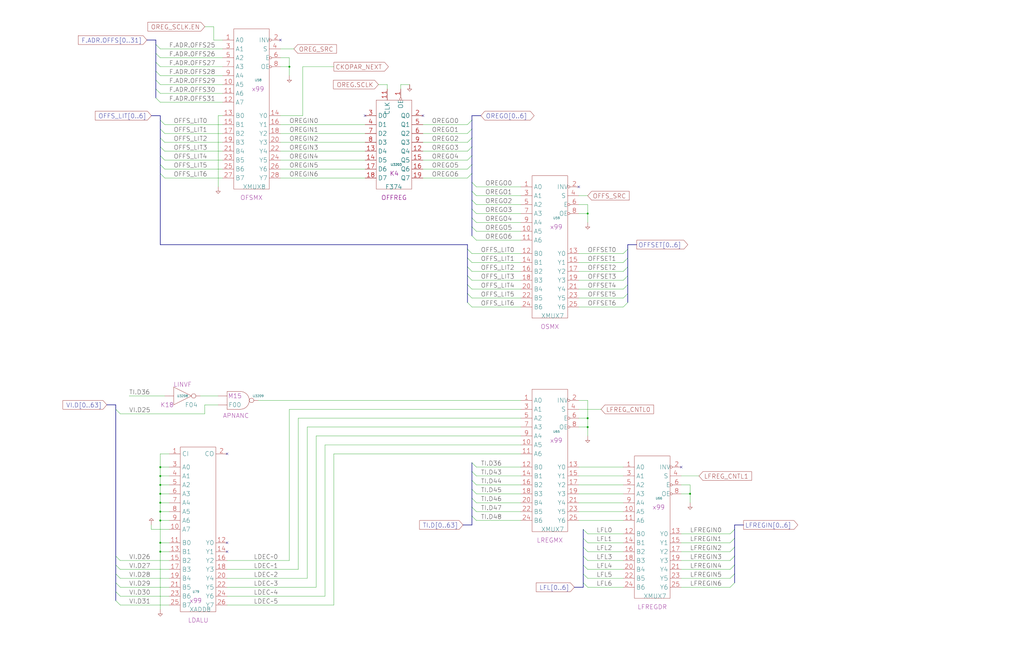
<source format=kicad_sch>
(kicad_sch (version 20230121) (generator eeschema)
  (paper "User" 584.2 378.46)
  (title_block (title "FIU FIELD PARAMETERS") (date "20-MAR-90") (rev "1.0") (comment 1 "FIU") (comment 2 "232-003065") (comment 3 "S400") (comment 4 "RELEASED"))
  (lib_symbols
    (symbol "r1000:F00" (pin_numbers hide) (pin_names hide)
      (property "Reference" "U" (at 15.24 0 0))
      (property "Value" "F00" (at 1.905 -5.08 0))
      (property "Location" "___" (at 1.905 0 0))
      (property "Name" "______" (at 2.54 -12.7 0))
      (symbol "F00_0_1"
        (polyline (pts (xy -2.54 -7.62) (xy 5.08 -7.62)) (stroke (width 0.1524)))
        (polyline (pts (xy -2.54 2.54) (xy -2.54 -7.62)) (stroke (width 0.1524)))
        (polyline (pts (xy -2.54 2.54) (xy 5.08 2.54)) (stroke (width 0.1524)))
        (arc (start 5.08 -7.62) (mid 10.1282 -2.54) (end 5.08 2.54) (stroke (width 0.1524)))
        (circle (center 11.43 -2.54) (radius 1.27) (stroke (width 0.1524)))
      )
      (symbol "F00_0_2"
        (circle (center -3.81 -5.08) (radius 1.27) (stroke (width 0.1524)))
        (circle (center -3.81 0) (radius 1.27) (stroke (width 0.1524)))
        (arc (start -3.175 -7.62) (mid -2.134 -2.54) (end -3.175 2.54) (stroke (width 0.1524)))
        (polyline (pts (xy -3.175 -7.62) (xy 3.81 -7.62)) (stroke (width 0.1524)))
        (polyline (pts (xy -3.175 2.54) (xy 3.81 2.54)) (stroke (width 0.1524)))
        (arc (start 3.81 -7.62) (mid 7.5855 -5.8306) (end 10.16 -2.54) (stroke (width 0.1524)))
        (arc (start 10.16 -2.54) (mid 7.5827 0.7471) (end 3.81 2.54) (stroke (width 0.1524)))
      )
      (symbol "F00_1_1"
        (pin input line (at -7.62 0 0) (length 5.08) (name "D0") (number "1"))
        (pin input line (at -7.62 -5.08 0) (length 5.08) (name "D1") (number "2"))
        (pin output line (at 15.24 -2.54 180) (length 2.54) (name "Q") (number "3"))
      )
      (symbol "F00_1_2"
        (pin input line (at -7.62 0 0) (length 2.54) (name "D0") (number "1"))
        (pin input line (at -7.62 -5.08 0) (length 2.54) (name "D1") (number "2"))
        (pin output line (at 15.24 -2.54 180) (length 5.08) (name "Q") (number "3"))
      )
    )
    (symbol "r1000:F04" (pin_numbers hide) (pin_names hide)
      (property "Reference" "U" (at 0 0 0))
      (property "Value" "F04" (at 1.27 -5.08 0))
      (property "Location" "___" (at -12.7 -5.08 0))
      (property "Name" "______" (at 0 5.08 0))
      (symbol "F04_0_1"
        (polyline (pts (xy -7.62 0) (xy -5.08 0)) (stroke (width 0.1524)))
        (polyline (pts (xy -5.08 5.08) (xy -5.08 -5.08)) (stroke (width 0.1524)))
        (polyline (pts (xy 5.08 0) (xy -5.08 -5.08)) (stroke (width 0.1524)))
        (polyline (pts (xy 5.08 0) (xy -5.08 5.08)) (stroke (width 0.1524)))
        (circle (center 6.35 0) (radius 1.27) (stroke (width 0.1524)))
      )
      (symbol "F04_1_1"
        (pin input line (at -10.16 0 0) (length 2.54) (name "D0") (number "1"))
        (pin output line (at 10.16 0 180) (length 2.54) (name "Q") (number "2"))
      )
    )
    (symbol "r1000:F374" (pin_names (offset 1.016))
      (property "Reference" "U" (at 2.54 5.08 0))
      (property "Value" "F374" (at -3.81 -7.62 0))
      (property "Location" "___" (at -1.27 0 0))
      (property "Name" "______" (at 1.27 -15.24 0))
      (symbol "F374_1_1"
        (rectangle (start -8.89 41.91) (end 11.43 -8.89))
        (circle (center 5.08 42.545) (radius 0.635))
        (pin input line (at 5.08 48.26 270) (length 5.08) (name "OE") (number "1"))
        (pin input line (at -2.54 48.26 270) (length 6.35) (name "CLK") (number "11"))
        (pin tri_state line (at 17.78 12.7 180) (length 6.35) (name "Q4") (number "12"))
        (pin input line (at -15.24 12.7 0) (length 6.35) (name "D4") (number "13"))
        (pin input line (at -15.24 7.62 0) (length 6.35) (name "D5") (number "14"))
        (pin tri_state line (at 17.78 7.62 180) (length 6.35) (name "Q5") (number "15"))
        (pin tri_state line (at 17.78 2.54 180) (length 6.35) (name "Q6") (number "16"))
        (pin input line (at -15.24 2.54 0) (length 6.35) (name "D6") (number "17"))
        (pin input line (at -15.24 -2.54 0) (length 6.35) (name "D7") (number "18"))
        (pin tri_state line (at 17.78 -2.54 180) (length 6.35) (name "Q7") (number "19"))
        (pin tri_state line (at 17.78 33.02 180) (length 6.35) (name "Q0") (number "2"))
        (pin input line (at -15.24 33.02 0) (length 6.35) (name "D0") (number "3"))
        (pin input line (at -15.24 27.94 0) (length 6.35) (name "D1") (number "4"))
        (pin tri_state line (at 17.78 27.94 180) (length 6.35) (name "Q1") (number "5"))
        (pin tri_state line (at 17.78 22.86 180) (length 6.35) (name "Q2") (number "6"))
        (pin input line (at -15.24 22.86 0) (length 6.35) (name "D2") (number "7"))
        (pin input line (at -15.24 17.78 0) (length 6.35) (name "D3") (number "8"))
        (pin tri_state line (at 17.78 17.78 180) (length 6.35) (name "Q3") (number "9"))
      )
    )
    (symbol "r1000:PD" (power) (pin_numbers hide) (pin_names hide) (in_bom no)
      (symbol "PD_0_1"
        (polyline (pts (xy 0 -2.54) (xy 1.27 -2.54) (xy 0 -3.81) (xy -1.27 -2.54) (xy 0 -2.54)) (stroke (width 0.1524)))
      )
      (symbol "PD_1_1"
        (pin power_in line (at 0 0 270) (length 2.54) (name "PD") (number "1"))
      )
    )
    (symbol "r1000:PU" (power) (pin_numbers hide) (pin_names hide)
      (symbol "PU_0_1"
        (polyline (pts (xy 0 2.54) (xy -1.27 2.54) (xy 0 3.81) (xy 1.27 2.54) (xy 0 2.54)) (stroke (width 0.1524)))
      )
      (symbol "PU_1_1"
        (pin power_in line (at 0 0 90) (length 2.54) (name "PU") (number "1"))
      )
    )
    (symbol "r1000:XADD8" (pin_names (offset 1.016))
      (property "Reference" "U" (at 2.54 5.08 0))
      (property "Value" "XADD8" (at -1.27 -5.08 0))
      (property "Location" "___" (at -1.27 0 0))
      (property "Name" "______" (at 3.81 -12.7 0))
      (symbol "XADD8_1_1"
        (rectangle (start -6.35 87.63) (end 13.97 -6.35))
        (pin input line (at -12.7 83.82 0) (length 6.35) (name "CI") (number "1"))
        (pin input line (at -12.7 40.64 0) (length 6.35) (name "A7") (number "10"))
        (pin input line (at -12.7 33.02 0) (length 6.35) (name "B0") (number "11"))
        (pin output line (at 20.32 33.02 180) (length 6.35) (name "Y0") (number "12"))
        (pin input line (at -12.7 27.94 0) (length 6.35) (name "B1") (number "13"))
        (pin output line (at 20.32 27.94 180) (length 6.35) (name "Y1") (number "14"))
        (pin input line (at -12.7 22.86 0) (length 6.35) (name "B2") (number "15"))
        (pin output line (at 20.32 22.86 180) (length 6.35) (name "Y2") (number "16"))
        (pin input line (at -12.7 17.78 0) (length 6.35) (name "B3") (number "17"))
        (pin output line (at 20.32 17.78 180) (length 6.35) (name "Y3") (number "18"))
        (pin input line (at -12.7 12.7 0) (length 6.35) (name "B4") (number "19"))
        (pin output line (at 20.32 83.82 180) (length 6.35) (name "CO") (number "2"))
        (pin output line (at 20.32 12.7 180) (length 6.35) (name "Y4") (number "20"))
        (pin input line (at -12.7 7.62 0) (length 6.35) (name "B5") (number "21"))
        (pin output line (at 20.32 7.62 180) (length 6.35) (name "Y5") (number "22"))
        (pin input line (at -12.7 2.54 0) (length 6.35) (name "B6") (number "23"))
        (pin output line (at 20.32 2.54 180) (length 6.35) (name "Y6") (number "24"))
        (pin input line (at -12.7 -2.54 0) (length 6.35) (name "B7") (number "25"))
        (pin output line (at 20.32 -2.54 180) (length 6.35) (name "Y7") (number "26"))
        (pin input line (at -12.7 76.2 0) (length 6.35) (name "A0") (number "3"))
        (pin input line (at -12.7 71.12 0) (length 6.35) (name "A1") (number "4"))
        (pin input line (at -12.7 66.04 0) (length 6.35) (name "A2") (number "5"))
        (pin input line (at -12.7 60.96 0) (length 6.35) (name "A3") (number "6"))
        (pin input line (at -12.7 55.88 0) (length 6.35) (name "A4") (number "7"))
        (pin input line (at -12.7 50.8 0) (length 6.35) (name "A5") (number "8"))
        (pin input line (at -12.7 45.72 0) (length 6.35) (name "A6") (number "9"))
      )
    )
    (symbol "r1000:XMUX7" (pin_names (offset 1.016))
      (property "Reference" "U" (at 2.54 5.08 0))
      (property "Value" "XMUX7" (at -6.35 -50.8 0))
      (property "Location" "___" (at -1.27 0 0))
      (property "Name" "______" (at -1.27 -58.42 0))
      (symbol "XMUX7_1_1"
        (rectangle (start -11.43 29.21) (end 8.89 -52.07))
        (circle (center 9.525 7.62) (radius 0.635))
        (circle (center 9.525 12.7) (radius 0.635))
        (circle (center 9.525 22.86) (radius 0.635))
        (pin input line (at -17.78 22.86 0) (length 6.35) (name "A0") (number "1"))
        (pin input line (at -17.78 -2.54 0) (length 6.35) (name "A5") (number "10"))
        (pin input line (at -17.78 -7.62 0) (length 6.35) (name "A6") (number "11"))
        (pin input line (at -17.78 -15.24 0) (length 6.35) (name "B0") (number "12"))
        (pin tri_state line (at 15.24 -15.24 180) (length 6.35) (name "Y0") (number "13"))
        (pin input line (at -17.78 -20.32 0) (length 6.35) (name "B1") (number "14"))
        (pin tri_state line (at 15.24 -20.32 180) (length 6.35) (name "Y1") (number "15"))
        (pin input line (at -17.78 -25.4 0) (length 6.35) (name "B2") (number "16"))
        (pin tri_state line (at 15.24 -25.4 180) (length 6.35) (name "Y2") (number "17"))
        (pin input line (at -17.78 -30.48 0) (length 6.35) (name "B3") (number "18"))
        (pin tri_state line (at 15.24 -30.48 180) (length 6.35) (name "Y3") (number "19"))
        (pin input line (at 15.24 22.86 180) (length 5.08) (name "INV") (number "2"))
        (pin input line (at -17.78 -35.56 0) (length 6.35) (name "B4") (number "20"))
        (pin tri_state line (at 15.24 -35.56 180) (length 6.35) (name "Y4") (number "21"))
        (pin input line (at -17.78 -40.64 0) (length 6.35) (name "B5") (number "22"))
        (pin tri_state line (at 15.24 -40.64 180) (length 6.35) (name "Y5") (number "23"))
        (pin input line (at -17.78 -45.72 0) (length 6.35) (name "B6") (number "24"))
        (pin tri_state line (at 15.24 -45.72 180) (length 6.35) (name "Y6") (number "25"))
        (pin input line (at -17.78 17.78 0) (length 6.35) (name "A1") (number "3"))
        (pin input line (at 15.24 17.78 180) (length 6.35) (name "S") (number "4"))
        (pin input line (at -17.78 12.7 0) (length 6.35) (name "A2") (number "5"))
        (pin input line (at 15.24 12.7 180) (length 5.08) (name "E") (number "6"))
        (pin input line (at -17.78 7.62 0) (length 6.35) (name "A3") (number "7"))
        (pin input line (at 15.24 7.62 180) (length 5.08) (name "OE") (number "8"))
        (pin input line (at -17.78 2.54 0) (length 6.35) (name "A4") (number "9"))
      )
    )
    (symbol "r1000:XMUX8" (pin_names (offset 1.016))
      (property "Reference" "U" (at 2.54 5.08 0))
      (property "Value" "XMUX8" (at -6.35 -55.88 0))
      (property "Location" "___" (at -1.27 0 0))
      (property "Name" "______" (at -1.27 -63.5 0))
      (symbol "XMUX8_1_1"
        (rectangle (start -11.43 34.29) (end 8.89 -57.15))
        (circle (center 9.525 12.7) (radius 0.635))
        (circle (center 9.525 17.78) (radius 0.635))
        (circle (center 9.525 27.94) (radius 0.635))
        (pin input line (at -17.78 27.94 0) (length 6.35) (name "A0") (number "1"))
        (pin input line (at -17.78 2.54 0) (length 6.35) (name "A5") (number "10"))
        (pin input line (at -17.78 -2.54 0) (length 6.35) (name "A6") (number "11"))
        (pin input line (at -17.78 -7.62 0) (length 6.35) (name "A7") (number "12"))
        (pin input line (at -17.78 -15.24 0) (length 6.35) (name "B0") (number "13"))
        (pin tri_state line (at 15.24 -15.24 180) (length 6.35) (name "Y0") (number "14"))
        (pin input line (at -17.78 -20.32 0) (length 6.35) (name "B1") (number "15"))
        (pin tri_state line (at 15.24 -20.32 180) (length 6.35) (name "Y1") (number "16"))
        (pin input line (at -17.78 -25.4 0) (length 6.35) (name "B2") (number "17"))
        (pin tri_state line (at 15.24 -25.4 180) (length 6.35) (name "Y2") (number "18"))
        (pin input line (at -17.78 -30.48 0) (length 6.35) (name "B3") (number "19"))
        (pin input line (at 15.24 27.94 180) (length 5.08) (name "INV") (number "2"))
        (pin tri_state line (at 15.24 -30.48 180) (length 6.35) (name "Y3") (number "20"))
        (pin input line (at -17.78 -35.56 0) (length 6.35) (name "B4") (number "21"))
        (pin tri_state line (at 15.24 -35.56 180) (length 6.35) (name "Y4") (number "22"))
        (pin input line (at -17.78 -40.64 0) (length 6.35) (name "B5") (number "23"))
        (pin tri_state line (at 15.24 -40.64 180) (length 6.35) (name "Y5") (number "24"))
        (pin input line (at -17.78 -45.72 0) (length 6.35) (name "B6") (number "25"))
        (pin tri_state line (at 15.24 -45.72 180) (length 6.35) (name "Y6") (number "26"))
        (pin input line (at -17.78 -50.8 0) (length 6.35) (name "B7") (number "27"))
        (pin tri_state line (at 15.24 -50.8 180) (length 6.35) (name "Y7") (number "28"))
        (pin input line (at -17.78 22.86 0) (length 6.35) (name "A1") (number "3"))
        (pin input line (at 15.24 22.86 180) (length 6.35) (name "S") (number "4"))
        (pin input line (at -17.78 17.78 0) (length 6.35) (name "A2") (number "5"))
        (pin input line (at 15.24 17.78 180) (length 5.08) (name "E") (number "6"))
        (pin input line (at -17.78 12.7 0) (length 6.35) (name "A3") (number "7"))
        (pin input line (at 15.24 12.7 180) (length 5.08) (name "OE") (number "8"))
        (pin input line (at -17.78 7.62 0) (length 6.35) (name "A4") (number "9"))
      )
    )
  )
  (junction (at 393.7 281.94))
  (junction (at 165.1 38.1))
  (junction (at 91.44 271.78))
  (junction (at 335.28 243.84))
  (junction (at 335.28 121.92))
  (junction (at 91.44 309.88))
  (junction (at 335.28 238.76))
  (junction (at 91.44 276.86))
  (junction (at 91.44 281.94))
  (junction (at 91.44 266.7))
  (junction (at 91.44 314.96))
  (junction (at 91.44 297.18))
  (junction (at 91.44 292.1))
  (junction (at 91.44 287.02))
  (no_connect (at 388.62 266.7))
  (no_connect (at 330.2 106.68))
  (no_connect (at 160.02 22.86))
  (no_connect (at 129.54 314.96))
  (no_connect (at 208.28 66.04))
  (no_connect (at 129.54 309.88))
  (no_connect (at 241.3 66.04))
  (no_connect (at 129.54 259.08))
  (bus_entry (at 332.74 317.5) (size 2.54 2.54))
  (bus_entry (at 266.7 167.64) (size 2.54 2.54))
  (bus_entry (at 66.04 322.58) (size 2.54 2.54))
  (bus_entry (at 88.9 55.88) (size 2.54 2.54))
  (bus_entry (at 332.74 322.58) (size 2.54 2.54))
  (bus_entry (at 419.1 317.5) (size -2.54 2.54))
  (bus_entry (at 269.24 294.64) (size 2.54 2.54))
  (bus_entry (at 269.24 264.16) (size 2.54 2.54))
  (bus_entry (at 269.24 134.62) (size 2.54 2.54))
  (bus_entry (at 91.44 83.82) (size 2.54 2.54))
  (bus_entry (at 269.24 114.3) (size 2.54 2.54))
  (bus_entry (at 269.24 269.24) (size 2.54 2.54))
  (bus_entry (at 269.24 104.14) (size 2.54 2.54))
  (bus_entry (at 91.44 88.9) (size 2.54 2.54))
  (bus_entry (at 269.24 88.9) (size -2.54 2.54))
  (bus_entry (at 66.04 332.74) (size 2.54 2.54))
  (bus_entry (at 332.74 307.34) (size 2.54 2.54))
  (bus_entry (at 269.24 279.4) (size 2.54 2.54))
  (bus_entry (at 66.04 337.82) (size 2.54 2.54))
  (bus_entry (at 269.24 274.32) (size 2.54 2.54))
  (bus_entry (at 269.24 284.48) (size 2.54 2.54))
  (bus_entry (at 332.74 332.74) (size 2.54 2.54))
  (bus_entry (at 332.74 302.26) (size 2.54 2.54))
  (bus_entry (at 91.44 68.58) (size 2.54 2.54))
  (bus_entry (at 88.9 25.4) (size 2.54 2.54))
  (bus_entry (at 358.14 147.32) (size -2.54 2.54))
  (bus_entry (at 66.04 233.68) (size 2.54 2.54))
  (bus_entry (at 269.24 119.38) (size 2.54 2.54))
  (bus_entry (at 88.9 45.72) (size 2.54 2.54))
  (bus_entry (at 358.14 152.4) (size -2.54 2.54))
  (bus_entry (at 269.24 289.56) (size 2.54 2.54))
  (bus_entry (at 419.1 312.42) (size -2.54 2.54))
  (bus_entry (at 88.9 50.8) (size 2.54 2.54))
  (bus_entry (at 269.24 93.98) (size -2.54 2.54))
  (bus_entry (at 269.24 83.82) (size -2.54 2.54))
  (bus_entry (at 266.7 162.56) (size 2.54 2.54))
  (bus_entry (at 419.1 322.58) (size -2.54 2.54))
  (bus_entry (at 269.24 78.74) (size -2.54 2.54))
  (bus_entry (at 266.7 172.72) (size 2.54 2.54))
  (bus_entry (at 419.1 302.26) (size -2.54 2.54))
  (bus_entry (at 269.24 129.54) (size 2.54 2.54))
  (bus_entry (at 91.44 99.06) (size 2.54 2.54))
  (bus_entry (at 358.14 172.72) (size -2.54 2.54))
  (bus_entry (at 269.24 68.58) (size -2.54 2.54))
  (bus_entry (at 419.1 332.74) (size -2.54 2.54))
  (bus_entry (at 266.7 157.48) (size 2.54 2.54))
  (bus_entry (at 88.9 30.48) (size 2.54 2.54))
  (bus_entry (at 266.7 147.32) (size 2.54 2.54))
  (bus_entry (at 91.44 73.66) (size 2.54 2.54))
  (bus_entry (at 91.44 93.98) (size 2.54 2.54))
  (bus_entry (at 332.74 312.42) (size 2.54 2.54))
  (bus_entry (at 91.44 78.74) (size 2.54 2.54))
  (bus_entry (at 66.04 317.5) (size 2.54 2.54))
  (bus_entry (at 419.1 307.34) (size -2.54 2.54))
  (bus_entry (at 266.7 142.24) (size 2.54 2.54))
  (bus_entry (at 269.24 99.06) (size -2.54 2.54))
  (bus_entry (at 88.9 35.56) (size 2.54 2.54))
  (bus_entry (at 266.7 152.4) (size 2.54 2.54))
  (bus_entry (at 269.24 109.22) (size 2.54 2.54))
  (bus_entry (at 419.1 327.66) (size -2.54 2.54))
  (bus_entry (at 332.74 327.66) (size 2.54 2.54))
  (bus_entry (at 358.14 157.48) (size -2.54 2.54))
  (bus_entry (at 88.9 40.64) (size 2.54 2.54))
  (bus_entry (at 66.04 342.9) (size 2.54 2.54))
  (bus_entry (at 358.14 142.24) (size -2.54 2.54))
  (bus_entry (at 358.14 167.64) (size -2.54 2.54))
  (bus_entry (at 66.04 327.66) (size 2.54 2.54))
  (bus_entry (at 269.24 124.46) (size 2.54 2.54))
  (bus_entry (at 269.24 73.66) (size -2.54 2.54))
  (bus_entry (at 358.14 162.56) (size -2.54 2.54))
  (bus (pts (xy 266.7 167.64) (xy 266.7 172.72)))
  (bus (pts (xy 332.74 307.34) (xy 332.74 312.42)))
  (wire (pts (xy 91.44 292.1) (xy 91.44 297.18)))
  (wire (pts (xy 124.46 66.04) (xy 124.46 106.68)))
  (wire (pts (xy 335.28 309.88) (xy 355.6 309.88)))
  (wire (pts (xy 271.78 106.68) (xy 297.18 106.68)))
  (wire (pts (xy 241.3 101.6) (xy 266.7 101.6)))
  (wire (pts (xy 330.2 292.1) (xy 355.6 292.1)))
  (wire (pts (xy 241.3 86.36) (xy 266.7 86.36)))
  (wire (pts (xy 91.44 287.02) (xy 91.44 292.1)))
  (wire (pts (xy 96.52 266.7) (xy 91.44 266.7)))
  (bus (pts (xy 266.7 157.48) (xy 266.7 162.56)))
  (bus (pts (xy 66.04 327.66) (xy 66.04 332.74)))
  (wire (pts (xy 160.02 86.36) (xy 208.28 86.36)))
  (wire (pts (xy 73.66 226.06) (xy 93.98 226.06)))
  (wire (pts (xy 93.98 86.36) (xy 127 86.36)))
  (wire (pts (xy 335.28 238.76) (xy 330.2 238.76)))
  (bus (pts (xy 419.1 299.72) (xy 424.18 299.72)))
  (wire (pts (xy 220.98 48.26) (xy 215.9 48.26)))
  (wire (pts (xy 269.24 175.26) (xy 297.18 175.26)))
  (bus (pts (xy 91.44 78.74) (xy 91.44 83.82)))
  (wire (pts (xy 269.24 170.18) (xy 297.18 170.18)))
  (wire (pts (xy 91.44 309.88) (xy 96.52 309.88)))
  (bus (pts (xy 269.24 264.16) (xy 269.24 269.24)))
  (wire (pts (xy 121.92 22.86) (xy 127 22.86)))
  (bus (pts (xy 269.24 88.9) (xy 269.24 93.98)))
  (wire (pts (xy 388.62 309.88) (xy 416.56 309.88)))
  (wire (pts (xy 269.24 144.78) (xy 297.18 144.78)))
  (bus (pts (xy 91.44 68.58) (xy 91.44 73.66)))
  (bus (pts (xy 66.04 332.74) (xy 66.04 337.82)))
  (wire (pts (xy 335.28 243.84) (xy 330.2 243.84)))
  (wire (pts (xy 91.44 281.94) (xy 91.44 287.02)))
  (bus (pts (xy 91.44 66.04) (xy 91.44 68.58)))
  (wire (pts (xy 269.24 154.94) (xy 297.18 154.94)))
  (wire (pts (xy 91.44 33.02) (xy 127 33.02)))
  (wire (pts (xy 114.3 226.06) (xy 124.46 226.06)))
  (wire (pts (xy 93.98 91.44) (xy 127 91.44)))
  (wire (pts (xy 160.02 81.28) (xy 208.28 81.28)))
  (wire (pts (xy 335.28 243.84) (xy 335.28 238.76)))
  (wire (pts (xy 129.54 325.12) (xy 170.18 325.12)))
  (wire (pts (xy 330.2 165.1) (xy 355.6 165.1)))
  (wire (pts (xy 330.2 287.02) (xy 355.6 287.02)))
  (wire (pts (xy 91.44 53.34) (xy 127 53.34)))
  (bus (pts (xy 363.22 139.7) (xy 358.14 139.7)))
  (bus (pts (xy 88.9 22.86) (xy 88.9 25.4)))
  (bus (pts (xy 358.14 162.56) (xy 358.14 167.64)))
  (wire (pts (xy 160.02 91.44) (xy 208.28 91.44)))
  (wire (pts (xy 68.58 325.12) (xy 96.52 325.12)))
  (wire (pts (xy 185.42 254) (xy 297.18 254)))
  (wire (pts (xy 330.2 144.78) (xy 355.6 144.78)))
  (bus (pts (xy 269.24 68.58) (xy 269.24 73.66)))
  (wire (pts (xy 330.2 111.76) (xy 335.28 111.76)))
  (bus (pts (xy 266.7 157.48) (xy 266.7 152.4)))
  (bus (pts (xy 269.24 104.14) (xy 269.24 109.22)))
  (bus (pts (xy 332.74 322.58) (xy 332.74 327.66)))
  (wire (pts (xy 91.44 266.7) (xy 91.44 271.78)))
  (bus (pts (xy 358.14 167.64) (xy 358.14 172.72)))
  (wire (pts (xy 393.7 287.02) (xy 393.7 281.94)))
  (wire (pts (xy 91.44 48.26) (xy 127 48.26)))
  (bus (pts (xy 269.24 274.32) (xy 269.24 279.4)))
  (wire (pts (xy 165.1 320.04) (xy 165.1 233.68)))
  (wire (pts (xy 388.62 325.12) (xy 416.56 325.12)))
  (wire (pts (xy 129.54 320.04) (xy 165.1 320.04)))
  (bus (pts (xy 91.44 139.7) (xy 91.44 99.06)))
  (wire (pts (xy 330.2 154.94) (xy 355.6 154.94)))
  (bus (pts (xy 66.04 233.68) (xy 66.04 317.5)))
  (wire (pts (xy 172.72 66.04) (xy 160.02 66.04)))
  (bus (pts (xy 91.44 73.66) (xy 91.44 78.74)))
  (bus (pts (xy 332.74 302.26) (xy 332.74 307.34)))
  (bus (pts (xy 269.24 294.64) (xy 269.24 299.72)))
  (wire (pts (xy 388.62 304.8) (xy 416.56 304.8)))
  (bus (pts (xy 269.24 269.24) (xy 269.24 274.32)))
  (wire (pts (xy 269.24 165.1) (xy 297.18 165.1)))
  (wire (pts (xy 170.18 325.12) (xy 170.18 238.76)))
  (bus (pts (xy 88.9 25.4) (xy 88.9 30.48)))
  (wire (pts (xy 388.62 330.2) (xy 416.56 330.2)))
  (bus (pts (xy 60.96 231.14) (xy 66.04 231.14)))
  (wire (pts (xy 160.02 33.02) (xy 165.1 33.02)))
  (wire (pts (xy 190.5 345.44) (xy 190.5 259.08)))
  (wire (pts (xy 91.44 43.18) (xy 127 43.18)))
  (wire (pts (xy 160.02 96.52) (xy 208.28 96.52)))
  (bus (pts (xy 332.74 312.42) (xy 332.74 317.5)))
  (bus (pts (xy 419.1 307.34) (xy 419.1 312.42)))
  (bus (pts (xy 358.14 139.7) (xy 358.14 142.24)))
  (wire (pts (xy 335.28 248.92) (xy 335.28 243.84)))
  (wire (pts (xy 393.7 276.86) (xy 388.62 276.86)))
  (wire (pts (xy 68.58 340.36) (xy 96.52 340.36)))
  (wire (pts (xy 271.78 271.78) (xy 297.18 271.78)))
  (wire (pts (xy 96.52 259.08) (xy 91.44 259.08)))
  (bus (pts (xy 66.04 231.14) (xy 66.04 233.68)))
  (bus (pts (xy 88.9 35.56) (xy 88.9 40.64)))
  (wire (pts (xy 91.44 309.88) (xy 91.44 297.18)))
  (bus (pts (xy 419.1 299.72) (xy 419.1 302.26)))
  (wire (pts (xy 96.52 302.26) (xy 86.36 302.26)))
  (wire (pts (xy 330.2 281.94) (xy 355.6 281.94)))
  (wire (pts (xy 335.28 314.96) (xy 355.6 314.96)))
  (bus (pts (xy 83.82 22.86) (xy 88.9 22.86)))
  (wire (pts (xy 116.84 15.24) (xy 121.92 15.24)))
  (wire (pts (xy 241.3 76.2) (xy 266.7 76.2)))
  (wire (pts (xy 121.92 15.24) (xy 121.92 22.86)))
  (wire (pts (xy 335.28 325.12) (xy 355.6 325.12)))
  (wire (pts (xy 165.1 33.02) (xy 165.1 38.1)))
  (bus (pts (xy 269.24 124.46) (xy 269.24 129.54)))
  (wire (pts (xy 165.1 233.68) (xy 297.18 233.68)))
  (wire (pts (xy 165.1 38.1) (xy 160.02 38.1)))
  (bus (pts (xy 419.1 327.66) (xy 419.1 332.74)))
  (wire (pts (xy 129.54 340.36) (xy 185.42 340.36)))
  (wire (pts (xy 147.32 228.6) (xy 297.18 228.6)))
  (wire (pts (xy 93.98 101.6) (xy 127 101.6)))
  (wire (pts (xy 91.44 58.42) (xy 127 58.42)))
  (bus (pts (xy 269.24 78.74) (xy 269.24 83.82)))
  (bus (pts (xy 327.66 335.28) (xy 332.74 335.28)))
  (bus (pts (xy 358.14 142.24) (xy 358.14 147.32)))
  (wire (pts (xy 330.2 228.6) (xy 335.28 228.6)))
  (wire (pts (xy 330.2 170.18) (xy 355.6 170.18)))
  (wire (pts (xy 335.28 121.92) (xy 335.28 116.84)))
  (wire (pts (xy 271.78 292.1) (xy 297.18 292.1)))
  (bus (pts (xy 332.74 317.5) (xy 332.74 322.58)))
  (wire (pts (xy 175.26 243.84) (xy 175.26 330.2)))
  (wire (pts (xy 241.3 71.12) (xy 266.7 71.12)))
  (bus (pts (xy 266.7 142.24) (xy 266.7 147.32)))
  (wire (pts (xy 91.44 276.86) (xy 91.44 281.94)))
  (wire (pts (xy 68.58 320.04) (xy 96.52 320.04)))
  (bus (pts (xy 419.1 317.5) (xy 419.1 322.58)))
  (wire (pts (xy 172.72 38.1) (xy 172.72 66.04)))
  (bus (pts (xy 419.1 322.58) (xy 419.1 327.66)))
  (bus (pts (xy 266.7 142.24) (xy 266.7 139.7)))
  (wire (pts (xy 271.78 137.16) (xy 297.18 137.16)))
  (wire (pts (xy 271.78 111.76) (xy 297.18 111.76)))
  (bus (pts (xy 358.14 152.4) (xy 358.14 157.48)))
  (bus (pts (xy 269.24 109.22) (xy 269.24 114.3)))
  (wire (pts (xy 91.44 314.96) (xy 91.44 309.88)))
  (bus (pts (xy 91.44 93.98) (xy 91.44 99.06)))
  (bus (pts (xy 269.24 93.98) (xy 269.24 99.06)))
  (bus (pts (xy 358.14 147.32) (xy 358.14 152.4)))
  (wire (pts (xy 91.44 314.96) (xy 91.44 347.98)))
  (wire (pts (xy 190.5 259.08) (xy 297.18 259.08)))
  (wire (pts (xy 335.28 228.6) (xy 335.28 238.76)))
  (wire (pts (xy 233.68 48.26) (xy 228.6 48.26)))
  (wire (pts (xy 91.44 314.96) (xy 96.52 314.96)))
  (wire (pts (xy 160.02 71.12) (xy 208.28 71.12)))
  (wire (pts (xy 228.6 48.26) (xy 228.6 50.8)))
  (wire (pts (xy 271.78 276.86) (xy 297.18 276.86)))
  (wire (pts (xy 68.58 330.2) (xy 96.52 330.2)))
  (wire (pts (xy 335.28 116.84) (xy 330.2 116.84)))
  (wire (pts (xy 93.98 76.2) (xy 127 76.2)))
  (bus (pts (xy 88.9 30.48) (xy 88.9 35.56)))
  (wire (pts (xy 271.78 266.7) (xy 297.18 266.7)))
  (wire (pts (xy 271.78 287.02) (xy 297.18 287.02)))
  (wire (pts (xy 271.78 297.18) (xy 297.18 297.18)))
  (wire (pts (xy 116.84 231.14) (xy 116.84 236.22)))
  (wire (pts (xy 175.26 330.2) (xy 129.54 330.2)))
  (bus (pts (xy 269.24 279.4) (xy 269.24 284.48)))
  (bus (pts (xy 91.44 83.82) (xy 91.44 88.9)))
  (wire (pts (xy 388.62 320.04) (xy 416.56 320.04)))
  (bus (pts (xy 88.9 45.72) (xy 88.9 50.8)))
  (bus (pts (xy 66.04 322.58) (xy 66.04 327.66)))
  (wire (pts (xy 330.2 149.86) (xy 355.6 149.86)))
  (bus (pts (xy 66.04 317.5) (xy 66.04 322.58)))
  (wire (pts (xy 330.2 175.26) (xy 355.6 175.26)))
  (wire (pts (xy 330.2 276.86) (xy 355.6 276.86)))
  (wire (pts (xy 124.46 66.04) (xy 127 66.04)))
  (wire (pts (xy 269.24 160.02) (xy 297.18 160.02)))
  (wire (pts (xy 330.2 297.18) (xy 355.6 297.18)))
  (wire (pts (xy 393.7 281.94) (xy 388.62 281.94)))
  (wire (pts (xy 91.44 259.08) (xy 91.44 266.7)))
  (bus (pts (xy 269.24 284.48) (xy 269.24 289.56)))
  (bus (pts (xy 269.24 119.38) (xy 269.24 124.46)))
  (wire (pts (xy 160.02 76.2) (xy 208.28 76.2)))
  (wire (pts (xy 241.3 96.52) (xy 266.7 96.52)))
  (wire (pts (xy 129.54 345.44) (xy 190.5 345.44)))
  (wire (pts (xy 172.72 38.1) (xy 190.5 38.1)))
  (wire (pts (xy 388.62 335.28) (xy 416.56 335.28)))
  (bus (pts (xy 419.1 302.26) (xy 419.1 307.34)))
  (bus (pts (xy 269.24 66.04) (xy 269.24 68.58)))
  (wire (pts (xy 269.24 149.86) (xy 297.18 149.86)))
  (bus (pts (xy 274.32 66.04) (xy 269.24 66.04)))
  (wire (pts (xy 93.98 81.28) (xy 127 81.28)))
  (wire (pts (xy 93.98 96.52) (xy 127 96.52)))
  (wire (pts (xy 160.02 101.6) (xy 208.28 101.6)))
  (bus (pts (xy 88.9 40.64) (xy 88.9 45.72)))
  (wire (pts (xy 180.34 335.28) (xy 180.34 248.92)))
  (wire (pts (xy 330.2 266.7) (xy 355.6 266.7)))
  (wire (pts (xy 93.98 71.12) (xy 127 71.12)))
  (wire (pts (xy 91.44 281.94) (xy 96.52 281.94)))
  (wire (pts (xy 68.58 335.28) (xy 96.52 335.28)))
  (wire (pts (xy 91.44 287.02) (xy 96.52 287.02)))
  (bus (pts (xy 419.1 312.42) (xy 419.1 317.5)))
  (wire (pts (xy 91.44 27.94) (xy 127 27.94)))
  (wire (pts (xy 91.44 276.86) (xy 96.52 276.86)))
  (bus (pts (xy 91.44 88.9) (xy 91.44 93.98)))
  (wire (pts (xy 86.36 302.26) (xy 86.36 299.72)))
  (bus (pts (xy 264.16 299.72) (xy 269.24 299.72)))
  (bus (pts (xy 266.7 139.7) (xy 91.44 139.7)))
  (wire (pts (xy 330.2 271.78) (xy 355.6 271.78)))
  (wire (pts (xy 330.2 233.68) (xy 342.9 233.68)))
  (wire (pts (xy 185.42 340.36) (xy 185.42 254)))
  (bus (pts (xy 269.24 289.56) (xy 269.24 294.64)))
  (bus (pts (xy 332.74 327.66) (xy 332.74 332.74)))
  (wire (pts (xy 170.18 238.76) (xy 297.18 238.76)))
  (wire (pts (xy 271.78 281.94) (xy 297.18 281.94)))
  (wire (pts (xy 91.44 271.78) (xy 96.52 271.78)))
  (wire (pts (xy 68.58 345.44) (xy 96.52 345.44)))
  (wire (pts (xy 91.44 297.18) (xy 96.52 297.18)))
  (wire (pts (xy 91.44 271.78) (xy 91.44 276.86)))
  (wire (pts (xy 271.78 116.84) (xy 297.18 116.84)))
  (wire (pts (xy 335.28 121.92) (xy 330.2 121.92)))
  (wire (pts (xy 335.28 304.8) (xy 355.6 304.8)))
  (wire (pts (xy 271.78 132.08) (xy 297.18 132.08)))
  (bus (pts (xy 269.24 73.66) (xy 269.24 78.74)))
  (wire (pts (xy 129.54 335.28) (xy 180.34 335.28)))
  (wire (pts (xy 335.28 330.2) (xy 355.6 330.2)))
  (wire (pts (xy 241.3 91.44) (xy 266.7 91.44)))
  (wire (pts (xy 330.2 160.02) (xy 355.6 160.02)))
  (wire (pts (xy 393.7 281.94) (xy 393.7 276.86)))
  (wire (pts (xy 91.44 38.1) (xy 127 38.1)))
  (bus (pts (xy 266.7 147.32) (xy 266.7 152.4)))
  (wire (pts (xy 241.3 81.28) (xy 266.7 81.28)))
  (bus (pts (xy 66.04 337.82) (xy 66.04 342.9)))
  (wire (pts (xy 165.1 43.18) (xy 165.1 38.1)))
  (wire (pts (xy 335.28 320.04) (xy 355.6 320.04)))
  (bus (pts (xy 88.9 50.8) (xy 88.9 55.88)))
  (wire (pts (xy 91.44 292.1) (xy 96.52 292.1)))
  (wire (pts (xy 388.62 271.78) (xy 398.78 271.78)))
  (wire (pts (xy 271.78 121.92) (xy 297.18 121.92)))
  (bus (pts (xy 269.24 129.54) (xy 269.24 134.62)))
  (wire (pts (xy 124.46 231.14) (xy 116.84 231.14)))
  (wire (pts (xy 335.28 335.28) (xy 355.6 335.28)))
  (wire (pts (xy 68.58 236.22) (xy 116.84 236.22)))
  (wire (pts (xy 160.02 27.94) (xy 167.64 27.94)))
  (bus (pts (xy 269.24 114.3) (xy 269.24 119.38)))
  (bus (pts (xy 332.74 335.28) (xy 332.74 332.74)))
  (bus (pts (xy 358.14 157.48) (xy 358.14 162.56)))
  (wire (pts (xy 271.78 127) (xy 297.18 127)))
  (wire (pts (xy 175.26 243.84) (xy 297.18 243.84)))
  (bus (pts (xy 266.7 162.56) (xy 266.7 167.64)))
  (bus (pts (xy 269.24 83.82) (xy 269.24 88.9)))
  (wire (pts (xy 220.98 50.8) (xy 220.98 48.26)))
  (bus (pts (xy 269.24 99.06) (xy 269.24 104.14)))
  (bus (pts (xy 86.36 66.04) (xy 91.44 66.04)))
  (wire (pts (xy 180.34 248.92) (xy 297.18 248.92)))
  (wire (pts (xy 335.28 127) (xy 335.28 121.92)))
  (wire (pts (xy 388.62 314.96) (xy 416.56 314.96)))
  (label "LFL2" (at 340.36 314.96 0) (effects (font (size 2.54 2.54))))
  (label "F.ADR.OFFS30" (at 96.52 53.34 0) (effects (font (size 2.54 2.54))))
  (label "F.ADR.OFFS28" (at 96.52 43.18 0) (effects (font (size 2.54 2.54))))
  (label "OFFS_LIT6" (at 274.32 175.26 0) (effects (font (size 2.54 2.54))))
  (label "OREGIN6" (at 165.1 101.6 0) (effects (font (size 2.54 2.54))))
  (label "OREGO1" (at 246.38 76.2 0) (effects (font (size 2.54 2.54))))
  (label "LFREGIN5" (at 393.7 330.2 0) (effects (font (size 2.54 2.54))))
  (label "LFL3" (at 340.36 320.04 0) (effects (font (size 2.54 2.54))))
  (label "VI.D28" (at 73.66 330.2 0) (effects (font (size 2.54 2.54))))
  (label "LFL4" (at 340.36 325.12 0) (effects (font (size 2.54 2.54))))
  (label "OREGIN3" (at 165.1 86.36 0) (effects (font (size 2.54 2.54))))
  (label "OFFSET4" (at 335.28 165.1 0) (effects (font (size 2.54 2.54))))
  (label "F.ADR.OFFS27" (at 96.52 38.1 0) (effects (font (size 2.54 2.54))))
  (label "OFFS_LIT4" (at 99.06 91.44 0) (effects (font (size 2.54 2.54))))
  (label "VI.D30" (at 73.66 340.36 0) (effects (font (size 2.54 2.54))))
  (label "TI.D44" (at 274.32 276.86 0) (effects (font (size 2.54 2.54))))
  (label "OFFS_LIT2" (at 99.06 81.28 0) (effects (font (size 2.54 2.54))))
  (label "OFFSET2" (at 335.28 154.94 0) (effects (font (size 2.54 2.54))))
  (label "TI.D36" (at 73.66 226.06 0) (effects (font (size 2.54 2.54))))
  (label "LFL0" (at 340.36 304.8 0) (effects (font (size 2.54 2.54))))
  (label "OREGIN0" (at 165.1 71.12 0) (effects (font (size 2.54 2.54))))
  (label "OREGO1" (at 276.86 111.76 0) (effects (font (size 2.54 2.54))))
  (label "OREGO6" (at 246.38 101.6 0) (effects (font (size 2.54 2.54))))
  (label "LFL6" (at 340.36 335.28 0) (effects (font (size 2.54 2.54))))
  (label "LDEC~1" (at 144.78 325.12 0) (effects (font (size 2.54 2.54))))
  (label "OFFS_LIT1" (at 99.06 76.2 0) (effects (font (size 2.54 2.54))))
  (label "OFFS_LIT0" (at 99.06 71.12 0) (effects (font (size 2.54 2.54))))
  (label "OREGO3" (at 276.86 121.92 0) (effects (font (size 2.54 2.54))))
  (label "LFREGIN4" (at 393.7 325.12 0) (effects (font (size 2.54 2.54))))
  (label "VI.D31" (at 73.66 345.44 0) (effects (font (size 2.54 2.54))))
  (label "TI.D45" (at 274.32 281.94 0) (effects (font (size 2.54 2.54))))
  (label "LFREGIN6" (at 393.7 335.28 0) (effects (font (size 2.54 2.54))))
  (label "VI.D25" (at 73.66 236.22 0) (effects (font (size 2.54 2.54))))
  (label "OREGO2" (at 246.38 81.28 0) (effects (font (size 2.54 2.54))))
  (label "TI.D46" (at 274.32 287.02 0) (effects (font (size 2.54 2.54))))
  (label "OFFS_LIT5" (at 274.32 170.18 0) (effects (font (size 2.54 2.54))))
  (label "LFL1" (at 340.36 309.88 0) (effects (font (size 2.54 2.54))))
  (label "OREGIN5" (at 165.1 96.52 0) (effects (font (size 2.54 2.54))))
  (label "OREGO3" (at 246.38 86.36 0) (effects (font (size 2.54 2.54))))
  (label "F.ADR.OFFS26" (at 96.52 33.02 0) (effects (font (size 2.54 2.54))))
  (label "OREGO5" (at 246.38 96.52 0) (effects (font (size 2.54 2.54))))
  (label "OFFSET6" (at 335.28 175.26 0) (effects (font (size 2.54 2.54))))
  (label "VI.D26" (at 73.66 320.04 0) (effects (font (size 2.54 2.54))))
  (label "LDEC~2" (at 144.78 330.2 0) (effects (font (size 2.54 2.54))))
  (label "LFREGIN3" (at 393.7 320.04 0) (effects (font (size 2.54 2.54))))
  (label "F.ADR.OFFS31" (at 96.52 58.42 0) (effects (font (size 2.54 2.54))))
  (label "OREGIN2" (at 165.1 81.28 0) (effects (font (size 2.54 2.54))))
  (label "OREGO4" (at 246.38 91.44 0) (effects (font (size 2.54 2.54))))
  (label "LDEC~0" (at 144.78 320.04 0) (effects (font (size 2.54 2.54))))
  (label "TI.D47" (at 274.32 292.1 0) (effects (font (size 2.54 2.54))))
  (label "LFL5" (at 340.36 330.2 0) (effects (font (size 2.54 2.54))))
  (label "OREGO4" (at 276.86 127 0) (effects (font (size 2.54 2.54))))
  (label "F.ADR.OFFS29" (at 96.52 48.26 0) (effects (font (size 2.54 2.54))))
  (label "OREGO2" (at 276.86 116.84 0) (effects (font (size 2.54 2.54))))
  (label "OREGIN1" (at 165.1 76.2 0) (effects (font (size 2.54 2.54))))
  (label "OFFSET0" (at 335.28 144.78 0) (effects (font (size 2.54 2.54))))
  (label "OREGO0" (at 276.86 106.68 0) (effects (font (size 2.54 2.54))))
  (label "OFFS_LIT0" (at 274.32 144.78 0) (effects (font (size 2.54 2.54))))
  (label "OREGO6" (at 276.86 137.16 0) (effects (font (size 2.54 2.54))))
  (label "LFREGIN2" (at 393.7 314.96 0) (effects (font (size 2.54 2.54))))
  (label "TI.D43" (at 274.32 271.78 0) (effects (font (size 2.54 2.54))))
  (label "OFFS_LIT6" (at 99.06 101.6 0) (effects (font (size 2.54 2.54))))
  (label "OFFS_LIT3" (at 274.32 160.02 0) (effects (font (size 2.54 2.54))))
  (label "LDEC~4" (at 144.78 340.36 0) (effects (font (size 2.54 2.54))))
  (label "OFFS_LIT4" (at 274.32 165.1 0) (effects (font (size 2.54 2.54))))
  (label "LFREGIN0" (at 393.7 304.8 0) (effects (font (size 2.54 2.54))))
  (label "VI.D27" (at 73.66 325.12 0) (effects (font (size 2.54 2.54))))
  (label "F.ADR.OFFS25" (at 96.52 27.94 0) (effects (font (size 2.54 2.54))))
  (label "OFFS_LIT5" (at 99.06 96.52 0) (effects (font (size 2.54 2.54))))
  (label "OREGO5" (at 276.86 132.08 0) (effects (font (size 2.54 2.54))))
  (label "TI.D36" (at 274.32 266.7 0) (effects (font (size 2.54 2.54))))
  (label "OFFSET5" (at 335.28 170.18 0) (effects (font (size 2.54 2.54))))
  (label "OFFS_LIT2" (at 274.32 154.94 0) (effects (font (size 2.54 2.54))))
  (label "OFFSET3" (at 335.28 160.02 0) (effects (font (size 2.54 2.54))))
  (label "OREGO0" (at 246.38 71.12 0) (effects (font (size 2.54 2.54))))
  (label "OFFSET1" (at 335.28 149.86 0) (effects (font (size 2.54 2.54))))
  (label "LDEC~5" (at 144.78 345.44 0) (effects (font (size 2.54 2.54))))
  (label "OREGIN4" (at 165.1 91.44 0) (effects (font (size 2.54 2.54))))
  (label "OFFS_LIT3" (at 99.06 86.36 0) (effects (font (size 2.54 2.54))))
  (label "TI.D48" (at 274.32 297.18 0) (effects (font (size 2.54 2.54))))
  (label "VI.D29" (at 73.66 335.28 0) (effects (font (size 2.54 2.54))))
  (label "LFREGIN1" (at 393.7 309.88 0) (effects (font (size 2.54 2.54))))
  (label "LDEC~3" (at 144.78 335.28 0) (effects (font (size 2.54 2.54))))
  (label "OFFS_LIT1" (at 274.32 149.86 0) (effects (font (size 2.54 2.54))))
  (global_label "OREG_SRC" (shape input) (at 167.64 27.94 0) (effects (font (size 2.54 2.54))) (property "Intersheetrefs" "${INTERSHEET_REFS}" (at 191.9393 27.7813 0) (effects (font (size 1.905 1.905)) (justify left))))
  (global_label "OREG.SCLK" (shape input) (at 215.9 48.26 180) (effects (font (size 2.54 2.54))) (property "Intersheetrefs" "${INTERSHEET_REFS}" (at 190.2702 48.1013 0) (effects (font (size 1.905 1.905)) (justify right))))
  (global_label "OFFS_SRC" (shape input) (at 335.28 111.76 0) (effects (font (size 2.54 2.54))) (property "Intersheetrefs" "${INTERSHEET_REFS}" (at 358.9746 111.6013 0) (effects (font (size 1.905 1.905)) (justify left))))
  (global_label "F.ADR.OFFS[0..31]" (shape input) (at 83.82 22.86 180) (effects (font (size 2.54 2.54))) (property "Intersheetrefs" "${INTERSHEET_REFS}" (at 43.9771 22.86 0) (effects (font (size 1.905 1.905)) (justify right))))
  (global_label "OFFS_LIT[0..6]" (shape input) (at 86.36 66.04 180) (effects (font (size 2.54 2.54))) (property "Intersheetrefs" "${INTERSHEET_REFS}" (at 54.3197 65.8813 0) (effects (font (size 1.905 1.905)) (justify right))))
  (global_label "LFREGIN[0..6]" (shape output) (at 424.18 299.72 0) (effects (font (size 2.54 2.54))) (property "Intersheetrefs" "${INTERSHEET_REFS}" (at 455.1317 299.5613 0) (effects (font (size 1.905 1.905)) (justify left))))
  (global_label "TI.D[0..63]" (shape input) (at 264.16 299.72 180) (effects (font (size 2.54 2.54))) (property "Intersheetrefs" "${INTERSHEET_REFS}" (at 238.7103 299.72 0) (effects (font (size 1.905 1.905)) (justify right))))
  (global_label "OREGO[0..6]" (shape bidirectional) (at 274.32 66.04 0) (effects (font (size 2.54 2.54))) (property "Intersheetrefs" "${INTERSHEET_REFS}" (at 302.4898 65.8813 0) (effects (font (size 1.905 1.905)) (justify left))))
  (global_label "LFREG_CNTL0" (shape input) (at 342.9 233.68 0) (effects (font (size 2.54 2.54))) (property "Intersheetrefs" "${INTERSHEET_REFS}" (at 372.8841 233.5213 0) (effects (font (size 1.905 1.905)) (justify left))))
  (global_label "LFREG_CNTL1" (shape input) (at 398.78 271.78 0) (effects (font (size 2.54 2.54))) (property "Intersheetrefs" "${INTERSHEET_REFS}" (at 428.7641 271.6213 0) (effects (font (size 1.905 1.905)) (justify left))))
  (global_label "LFL[0..6]" (shape input) (at 327.66 335.28 180) (effects (font (size 2.54 2.54))) (property "Intersheetrefs" "${INTERSHEET_REFS}" (at 305.9007 335.1213 0) (effects (font (size 1.905 1.905)) (justify right))))
  (global_label "CKOPAR_NEXT" (shape output) (at 190.5 38.1 0) (effects (font (size 2.54 2.54))) (property "Intersheetrefs" "${INTERSHEET_REFS}" (at 221.5727 37.9413 0) (effects (font (size 1.905 1.905)) (justify left))))
  (global_label "OREG_SCLK.EN" (shape input) (at 116.84 15.24 180) (effects (font (size 2.54 2.54))) (property "Intersheetrefs" "${INTERSHEET_REFS}" (at 84.3159 15.0813 0) (effects (font (size 1.905 1.905)) (justify right))))
  (global_label "VI.D[0..63]" (shape input) (at 60.96 231.14 180) (effects (font (size 2.54 2.54))) (property "Intersheetrefs" "${INTERSHEET_REFS}" (at 35.2684 231.14 0) (effects (font (size 1.905 1.905)) (justify right))))
  (global_label "OFFSET[0..6]" (shape output) (at 363.22 139.7 0) (effects (font (size 2.54 2.54))) (property "Intersheetrefs" "${INTERSHEET_REFS}" (at 392.3574 139.5413 0) (effects (font (size 1.905 1.905)) (justify left))))
  (symbol (lib_id "r1000:XMUX7") (at 314.96 251.46 0) (unit 1)
    (property "Reference" "U65" (at 317.5 246.38 0))
    (property "Value" "XMUX7" (at 308.61 302.26 0) (effects (font (size 2.54 2.54)) (justify left)))
    (property "Location" "x99" (at 313.69 251.46 0) (effects (font (size 2.54 2.54)) (justify left)))
    (property "Name" "LREGMX" (at 313.69 309.88 0) (effects (font (size 2.54 2.54)) (justify bottom)))
  )
  (symbol (lib_id "r1000:XADD8") (at 109.22 342.9 0) (unit 1)
    (property "Reference" "U79" (at 111.76 337.82 0))
    (property "Value" "XADD8" (at 107.95 347.98 0) (effects (font (size 2.54 2.54)) (justify left)))
    (property "Location" "x99" (at 107.95 342.9 0) (effects (font (size 2.54 2.54)) (justify left)))
    (property "Name" "LDALU" (at 113.03 355.6 0) (effects (font (size 2.54 2.54)) (justify bottom)))
  )
  (symbol (lib_id "r1000:F00") (at 132.08 226.06 0) (unit 1)
    (property "Reference" "U3209" (at 147.32 226.06 0))
    (property "Value" "F00" (at 133.985 231.14 0) (effects (font (size 2.54 2.54))))
    (property "Location" "M15" (at 133.985 226.06 0) (effects (font (size 2.54 2.54))))
    (property "Name" "APNANC" (at 134.62 238.76 0) (effects (font (size 2.54 2.54)) (justify bottom)))
  )
  (symbol (lib_id "r1000:PD") (at 335.28 248.92 0) (unit 1) (in_bom no)
    (property "Reference" "#PWR09" (effects hide))
    (property "Value" "PD" (effects hide))
  )
  (symbol (lib_id "r1000:XMUX8") (at 144.78 50.8 0) (unit 1)
    (property "Reference" "U58" (at 147.32 45.72 0))
    (property "Value" "XMUX8" (at 138.43 106.68 0) (effects (font (size 2.54 2.54)) (justify left)))
    (property "Location" "x99" (at 143.51 50.8 0) (effects (font (size 2.54 2.54)) (justify left)))
    (property "Name" "OFSMX" (at 143.51 114.3 0) (effects (font (size 2.54 2.54)) (justify bottom)))
  )
  (symbol (lib_id "r1000:PD") (at 335.28 127 0) (unit 1) (in_bom no)
    (property "Reference" "#PWR0118" (effects hide))
    (property "Value" "PD" (effects hide))
  )
  (symbol (lib_id "r1000:F374") (at 223.52 99.06 0) (unit 1)
    (property "Reference" "U3203" (at 226.06 93.98 0))
    (property "Value" "F374" (at 219.71 106.68 0) (effects (font (size 2.54 2.54)) (justify left)))
    (property "Location" "K4" (at 222.25 99.06 0) (effects (font (size 2.54 2.54)) (justify left)))
    (property "Name" "OFFREG" (at 224.79 114.3 0) (effects (font (size 2.54 2.54)) (justify bottom)))
  )
  (symbol (lib_id "r1000:PD") (at 91.44 347.98 0) (unit 1) (in_bom no)
    (property "Reference" "#PWR03201" (effects hide))
    (property "Value" "PD" (effects hide))
  )
  (symbol (lib_id "r1000:PD") (at 124.46 106.68 0) (unit 1) (in_bom no)
    (property "Reference" "#PWR0120" (effects hide))
    (property "Value" "PD" (effects hide))
  )
  (symbol (lib_id "r1000:PD") (at 233.68 48.26 0) (unit 1) (in_bom no)
    (property "Reference" "#PWR0202" (effects hide))
    (property "Value" "PD" (effects hide))
  )
  (symbol (lib_id "r1000:PD") (at 165.1 43.18 0) (unit 1) (in_bom no)
    (property "Reference" "#PWR08" (effects hide))
    (property "Value" "PD" (effects hide))
  )
  (symbol (lib_id "r1000:PD") (at 393.7 287.02 0) (unit 1) (in_bom no)
    (property "Reference" "#PWR010" (effects hide))
    (property "Value" "PD" (effects hide))
  )
  (symbol (lib_id "r1000:F04") (at 104.14 226.06 0) (unit 1)
    (property "Reference" "U3208" (at 104.14 226.06 0))
    (property "Value" "F04" (at 105.41 231.14 0) (effects (font (size 2.54 2.54)) (justify left)))
    (property "Location" "K18" (at 91.44 231.14 0) (effects (font (size 2.54 2.54)) (justify left)))
    (property "Name" "LINVF" (at 104.14 220.98 0) (effects (font (size 2.54 2.54)) (justify bottom)))
  )
  (symbol (lib_id "r1000:PU") (at 86.36 299.72 0) (unit 1)
    (property "Reference" "#PWR03202" (effects hide))
    (property "Value" "PU" (effects hide))
  )
  (symbol (lib_id "r1000:XMUX7") (at 314.96 129.54 0) (unit 1)
    (property "Reference" "U59" (at 317.5 124.46 0))
    (property "Value" "XMUX7" (at 308.61 180.34 0) (effects (font (size 2.54 2.54)) (justify left)))
    (property "Location" "x99" (at 313.69 129.54 0) (effects (font (size 2.54 2.54)) (justify left)))
    (property "Name" "OSMX" (at 313.69 187.96 0) (effects (font (size 2.54 2.54)) (justify bottom)))
  )
  (symbol (lib_id "r1000:XMUX7") (at 373.38 289.56 0) (unit 1)
    (property "Reference" "U66" (at 375.92 284.48 0))
    (property "Value" "XMUX7" (at 367.03 340.36 0) (effects (font (size 2.54 2.54)) (justify left)))
    (property "Location" "x99" (at 372.11 289.56 0) (effects (font (size 2.54 2.54)) (justify left)))
    (property "Name" "LFREGDR" (at 372.11 347.98 0) (effects (font (size 2.54 2.54)) (justify bottom)))
  )
)
</source>
